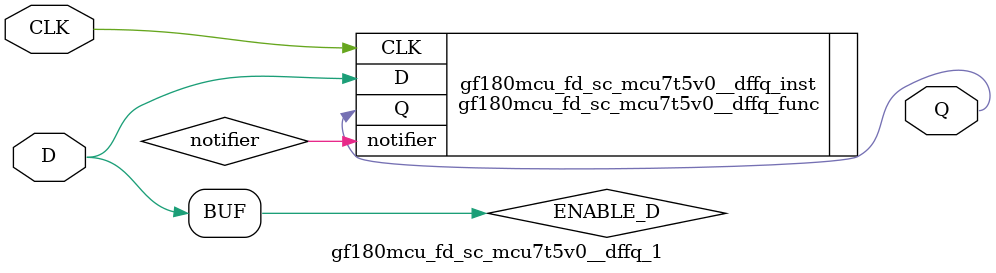
<source format=v>

`ifndef GF180MCU_FD_SC_MCU7T5V0__DFFQ_1_V
`define GF180MCU_FD_SC_MCU7T5V0__DFFQ_1_V

`include gf180mcu_fd_sc_mcu7t5v0__dffq.v

`ifdef USE_POWER_PINS
module gf180mcu_fd_sc_mcu7t5v0__dffq_1( CLK, D, Q, VDD, VSS );
inout VDD, VSS;
`else // If not USE_POWER_PINS
module gf180mcu_fd_sc_mcu7t5v0__dffq_1( CLK, D, Q );
`endif // If not USE_POWER_PINS
input CLK, D;
output Q;

`ifdef USE_POWER_PINS
  gf180mcu_fd_sc_mcu7t5v0__dffq_func gf180mcu_fd_sc_mcu7t5v0__dffq_inst(.CLK(CLK),.D(D),.Q(Q),.VDD(VDD),.VSS(VSS),.notifier(notifier));
`else // If not USE_POWER_PINS
  gf180mcu_fd_sc_mcu7t5v0__dffq_func gf180mcu_fd_sc_mcu7t5v0__dffq_inst(.CLK(CLK),.D(D),.Q(Q),.notifier(notifier));
`endif // If not USE_POWER_PINS

`ifndef FUNCTIONAL
	// spec_gates_begin


	not MGM_G0(ENABLE_NOT_D,D);


	buf MGM_G1(ENABLE_D,D);


	// spec_gates_end



   specify

	// specify_block_begin

	// seq arc CLK --> Q
	(posedge CLK => (Q : D))  = (1.0,1.0);

	$width(negedge CLK &&& (ENABLE_NOT_D === 1'b1)
		,1.0,0,notifier);

	$width(posedge CLK &&& (ENABLE_NOT_D === 1'b1)
		,1.0,0,notifier);

	$width(negedge CLK &&& (ENABLE_D === 1'b1)
		,1.0,0,notifier);

	$width(posedge CLK &&& (ENABLE_D === 1'b1)
		,1.0,0,notifier);

	// hold D-HL CLK-LH
	$hold(posedge CLK,negedge D,1.0,notifier);

	// hold D-LH CLK-LH
	$hold(posedge CLK,posedge D,1.0,notifier);

	// setup D-HL CLK-LH
	$setup(negedge D,posedge CLK,1.0,notifier);

	// setup D-LH CLK-LH
	$setup(posedge D,posedge CLK,1.0,notifier);

	// mpw CLK_lh
	$width(posedge CLK,1.0,0,notifier);

	// mpw CLK_hl
	$width(negedge CLK,1.0,0,notifier);

	// period CLK
	$period(posedge CLK &&& (ENABLE_NOT_D === 1'b1)
		,1.0,notifier);

	// period CLK
	$period(posedge CLK &&& (ENABLE_D === 1'b1)
		,1.0,notifier);

	// period CLK
	$period(posedge CLK,1.0,notifier);

	// specify_block_end

   endspecify

   `endif

endmodule
`endif // GF180MCU_FD_SC_MCU7T5V0__DFFQ_1_V

</source>
